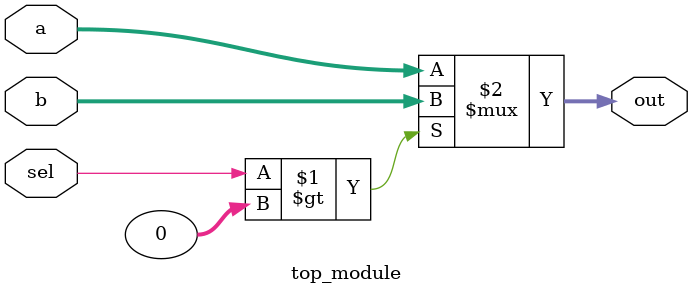
<source format=v>
module top_module( 

                input [99:0] a, b,

                input sel,

                output [99:0] out);

assign out[99:0] = sel>0 ? b[99:0]:a[99:0];
endmodule
</source>
